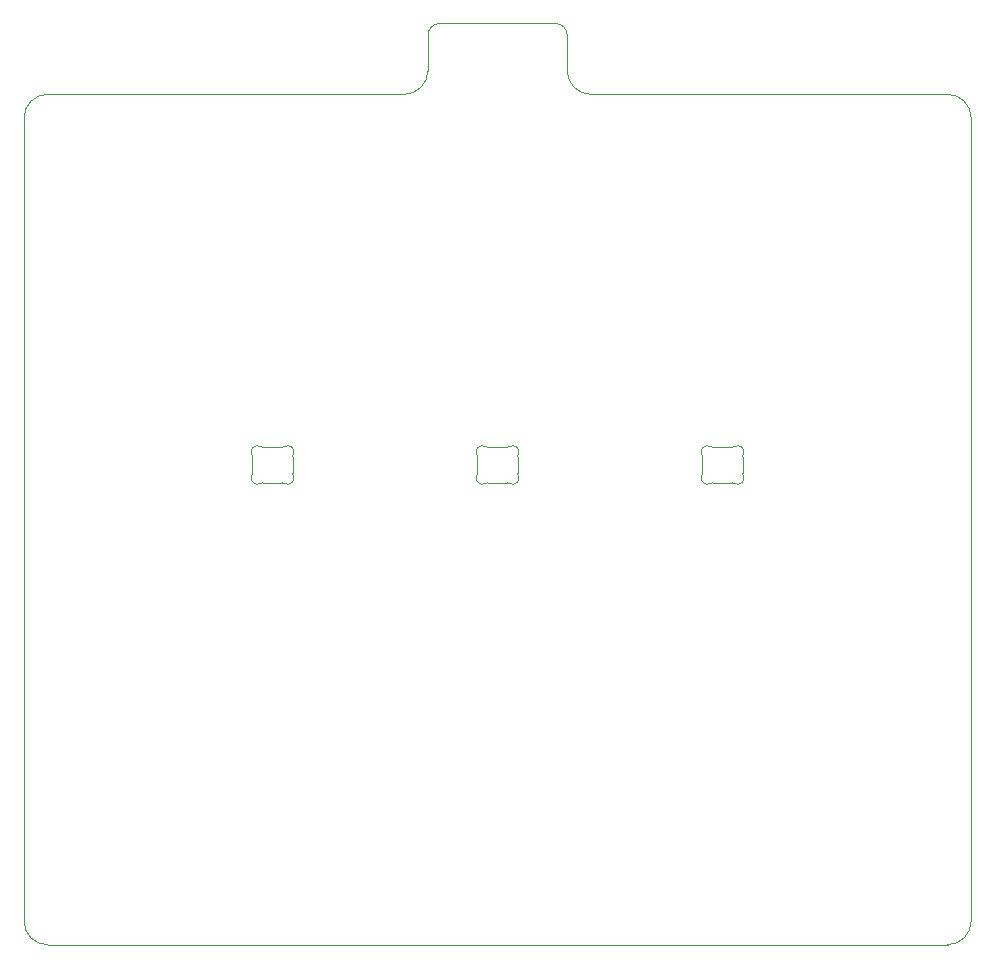
<source format=gbr>
%TF.GenerationSoftware,KiCad,Pcbnew,(6.0.9)*%
%TF.CreationDate,2022-12-04T03:05:57+08:00*%
%TF.ProjectId,sharkpad rev2,73686172-6b70-4616-9420-726576322e6b,rev?*%
%TF.SameCoordinates,Original*%
%TF.FileFunction,Profile,NP*%
%FSLAX46Y46*%
G04 Gerber Fmt 4.6, Leading zero omitted, Abs format (unit mm)*
G04 Created by KiCad (PCBNEW (6.0.9)) date 2022-12-04 03:05:57*
%MOMM*%
%LPD*%
G01*
G04 APERTURE LIST*
%TA.AperFunction,Profile*%
%ADD10C,0.038100*%
%TD*%
%TA.AperFunction,Profile*%
%ADD11C,0.100000*%
%TD*%
G04 APERTURE END LIST*
D10*
X76000000Y-61900000D02*
X106200000Y-61900000D01*
X120000000Y-59900000D02*
X120000000Y-56900000D01*
X76000000Y-61900000D02*
G75*
G03*
X74000000Y-63900000I0J-2000000D01*
G01*
X111860000Y-55900000D02*
X109200000Y-55900000D01*
X106200000Y-61900000D02*
G75*
G03*
X108200000Y-59900000I0J2000000D01*
G01*
X120000000Y-59900000D02*
G75*
G03*
X122000000Y-61900000I2000000J0D01*
G01*
X76000000Y-133900000D02*
X152200000Y-133900000D01*
X120000000Y-56900000D02*
G75*
G03*
X119000000Y-55900000I-1000000J0D01*
G01*
X154200000Y-131900000D02*
X154200000Y-63900000D01*
X152200000Y-133900000D02*
G75*
G03*
X154200000Y-131900000I0J2000000D01*
G01*
X108200000Y-59900000D02*
X108200000Y-56900000D01*
X109200000Y-55900000D02*
G75*
G03*
X108200000Y-56900000I0J-1000000D01*
G01*
X74000000Y-63900000D02*
X74000000Y-131900000D01*
X152200000Y-61900000D02*
X122000000Y-61900000D01*
X154200000Y-63900000D02*
G75*
G03*
X152200000Y-61900000I-2000000J0D01*
G01*
X111860000Y-55900000D02*
X119000000Y-55900000D01*
X74000000Y-131900000D02*
G75*
G03*
X76000000Y-133900000I2000000J0D01*
G01*
D11*
%TO.C,LED2*%
X115799999Y-92577159D02*
X115799999Y-93982843D01*
X114894452Y-94780000D02*
X113305547Y-94780000D01*
X113305548Y-91780001D02*
X114894452Y-91780001D01*
X112400001Y-93982843D02*
X112400001Y-92577159D01*
X113053289Y-91711702D02*
G75*
G03*
X113305548Y-91780001I252261J431712D01*
G01*
X115799999Y-93982843D02*
G75*
G03*
X115849484Y-94199721I499990J-2D01*
G01*
X114894452Y-91780001D02*
G75*
G03*
X115146710Y-91711702I-3J500009D01*
G01*
X112350515Y-94199720D02*
G75*
G03*
X112400001Y-93982844I-450905J216970D01*
G01*
X115849484Y-92360281D02*
G75*
G03*
X115799999Y-92577158I450505J-216876D01*
G01*
X113053291Y-91711699D02*
G75*
G03*
X112350516Y-92360282I-252261J-431701D01*
G01*
X112399989Y-92577159D02*
G75*
G03*
X112350516Y-92360281I-500289J-41D01*
G01*
X115146711Y-94848300D02*
G75*
G03*
X114894453Y-94780001I-252261J-431710D01*
G01*
X112350516Y-94199721D02*
G75*
G03*
X113053289Y-94848299I450514J-216879D01*
G01*
X113305547Y-94780000D02*
G75*
G03*
X113053289Y-94848299I3J-500010D01*
G01*
X115146711Y-94848300D02*
G75*
G03*
X115849484Y-94199721I252258J431701D01*
G01*
X115849484Y-92360281D02*
G75*
G03*
X115146711Y-91711704I-450515J216877D01*
G01*
%TO.C,LED1*%
X134849999Y-92577159D02*
X134849999Y-93982843D01*
X133944452Y-94780000D02*
X132355547Y-94780000D01*
X132355548Y-91780001D02*
X133944452Y-91780001D01*
X131450001Y-93982843D02*
X131450001Y-92577159D01*
X132103291Y-91711699D02*
G75*
G03*
X131400516Y-92360282I-252261J-431701D01*
G01*
X131400515Y-94199720D02*
G75*
G03*
X131450001Y-93982844I-450905J216970D01*
G01*
X131449989Y-92577159D02*
G75*
G03*
X131400516Y-92360281I-500289J-41D01*
G01*
X134196711Y-94848300D02*
G75*
G03*
X133944453Y-94780001I-252261J-431710D01*
G01*
X133944452Y-91780001D02*
G75*
G03*
X134196710Y-91711702I-3J500009D01*
G01*
X134196711Y-94848300D02*
G75*
G03*
X134899484Y-94199721I252258J431701D01*
G01*
X134899484Y-92360281D02*
G75*
G03*
X134849999Y-92577158I450505J-216876D01*
G01*
X134849999Y-93982843D02*
G75*
G03*
X134899484Y-94199721I499990J-2D01*
G01*
X132103289Y-91711702D02*
G75*
G03*
X132355548Y-91780001I252261J431712D01*
G01*
X131400516Y-94199721D02*
G75*
G03*
X132103289Y-94848299I450514J-216879D01*
G01*
X134899484Y-92360281D02*
G75*
G03*
X134196711Y-91711704I-450515J216877D01*
G01*
X132355547Y-94780000D02*
G75*
G03*
X132103289Y-94848299I3J-500010D01*
G01*
%TO.C,LED3*%
X93350001Y-93982843D02*
X93350001Y-92577159D01*
X94255548Y-91780001D02*
X95844452Y-91780001D01*
X95844452Y-94780000D02*
X94255547Y-94780000D01*
X96749999Y-92577159D02*
X96749999Y-93982843D01*
X96096711Y-94848300D02*
G75*
G03*
X96799484Y-94199721I252258J431701D01*
G01*
X93300516Y-94199721D02*
G75*
G03*
X94003289Y-94848299I450514J-216879D01*
G01*
X94255547Y-94780000D02*
G75*
G03*
X94003289Y-94848299I3J-500010D01*
G01*
X96799484Y-92360281D02*
G75*
G03*
X96096711Y-91711704I-450515J216877D01*
G01*
X95844452Y-91780001D02*
G75*
G03*
X96096710Y-91711702I-3J500009D01*
G01*
X93349989Y-92577159D02*
G75*
G03*
X93300516Y-92360281I-500289J-41D01*
G01*
X96749999Y-93982843D02*
G75*
G03*
X96799484Y-94199721I499990J-2D01*
G01*
X94003291Y-91711699D02*
G75*
G03*
X93300516Y-92360282I-252261J-431701D01*
G01*
X94003289Y-91711702D02*
G75*
G03*
X94255548Y-91780001I252261J431712D01*
G01*
X96096711Y-94848300D02*
G75*
G03*
X95844453Y-94780001I-252261J-431710D01*
G01*
X93300515Y-94199720D02*
G75*
G03*
X93350001Y-93982844I-450905J216970D01*
G01*
X96799484Y-92360281D02*
G75*
G03*
X96749999Y-92577158I450505J-216876D01*
G01*
%TD*%
M02*

</source>
